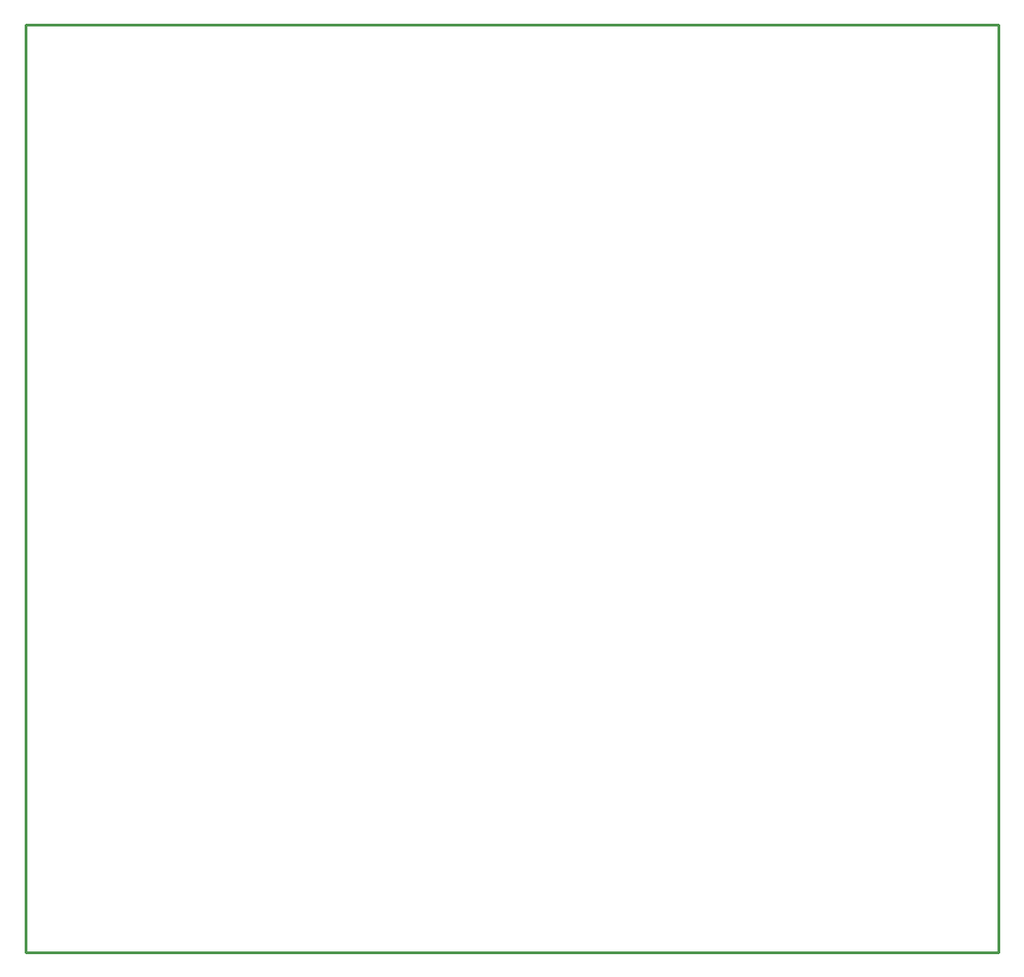
<source format=gbr>
G04 EAGLE Gerber RS-274X export*
G75*
%MOMM*%
%FSLAX34Y34*%
%LPD*%
%IN*%
%IPPOS*%
%AMOC8*
5,1,8,0,0,1.08239X$1,22.5*%
G01*
G04 Define Apertures*
%ADD10C,0.254000*%
D10*
X0Y0D02*
X901500Y0D01*
X901500Y860300D01*
X0Y860300D01*
X0Y0D01*
M02*

</source>
